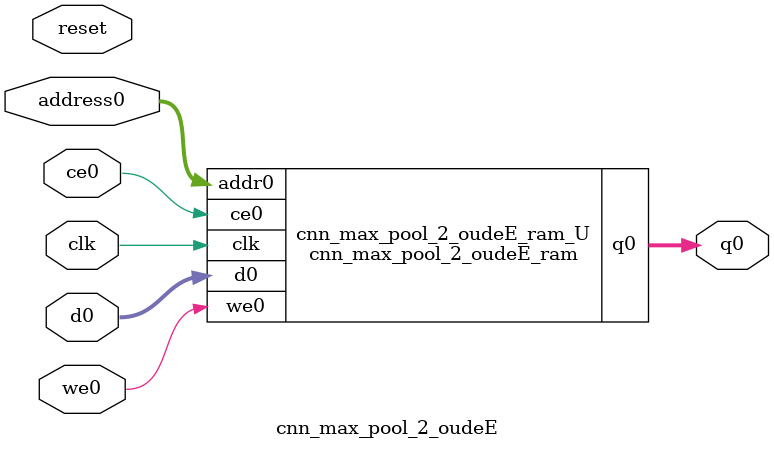
<source format=v>
`timescale 1 ns / 1 ps
module cnn_max_pool_2_oudeE_ram (addr0, ce0, d0, we0, q0,  clk);

parameter DWIDTH = 14;
parameter AWIDTH = 9;
parameter MEM_SIZE = 400;

input[AWIDTH-1:0] addr0;
input ce0;
input[DWIDTH-1:0] d0;
input we0;
output reg[DWIDTH-1:0] q0;
input clk;

(* ram_style = "block" *)reg [DWIDTH-1:0] ram[0:MEM_SIZE-1];




always @(posedge clk)  
begin 
    if (ce0) 
    begin
        if (we0) 
        begin 
            ram[addr0] <= d0; 
        end 
        q0 <= ram[addr0];
    end
end


endmodule

`timescale 1 ns / 1 ps
module cnn_max_pool_2_oudeE(
    reset,
    clk,
    address0,
    ce0,
    we0,
    d0,
    q0);

parameter DataWidth = 32'd14;
parameter AddressRange = 32'd400;
parameter AddressWidth = 32'd9;
input reset;
input clk;
input[AddressWidth - 1:0] address0;
input ce0;
input we0;
input[DataWidth - 1:0] d0;
output[DataWidth - 1:0] q0;



cnn_max_pool_2_oudeE_ram cnn_max_pool_2_oudeE_ram_U(
    .clk( clk ),
    .addr0( address0 ),
    .ce0( ce0 ),
    .we0( we0 ),
    .d0( d0 ),
    .q0( q0 ));

endmodule


</source>
